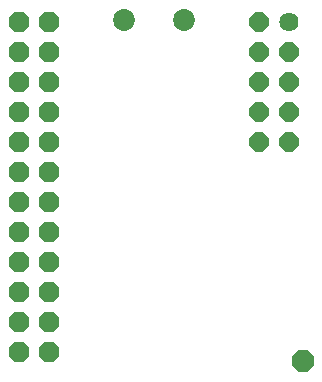
<source format=gbs>
G75*
%MOIN*%
%OFA0B0*%
%FSLAX24Y24*%
%IPPOS*%
%LPD*%
%AMOC8*
5,1,8,0,0,1.08239X$1,22.5*
%
%ADD10OC8,0.0710*%
%ADD11C,0.0640*%
%ADD12OC8,0.0640*%
%ADD13OC8,0.0680*%
%ADD14C,0.0730*%
D10*
X010300Y000550D03*
D11*
X009825Y011850D03*
D12*
X009825Y010850D03*
X009825Y009850D03*
X009825Y008850D03*
X009825Y007850D03*
X008825Y007850D03*
X008825Y008850D03*
X008825Y009850D03*
X008825Y010850D03*
X008825Y011850D03*
D13*
X000825Y000850D03*
X000825Y001850D03*
X000825Y002850D03*
X000825Y003850D03*
X000825Y004850D03*
X000825Y005850D03*
X000825Y006850D03*
X000825Y007850D03*
X000825Y008850D03*
X000825Y009850D03*
X000825Y010850D03*
X000825Y011850D03*
X001825Y011850D03*
X001825Y010850D03*
X001825Y009850D03*
X001825Y008850D03*
X001825Y007850D03*
X001825Y006850D03*
X001825Y005850D03*
X001825Y004850D03*
X001825Y003850D03*
X001825Y002850D03*
X001825Y001850D03*
X001825Y000850D03*
D14*
X004325Y011925D03*
X006325Y011925D03*
M02*

</source>
